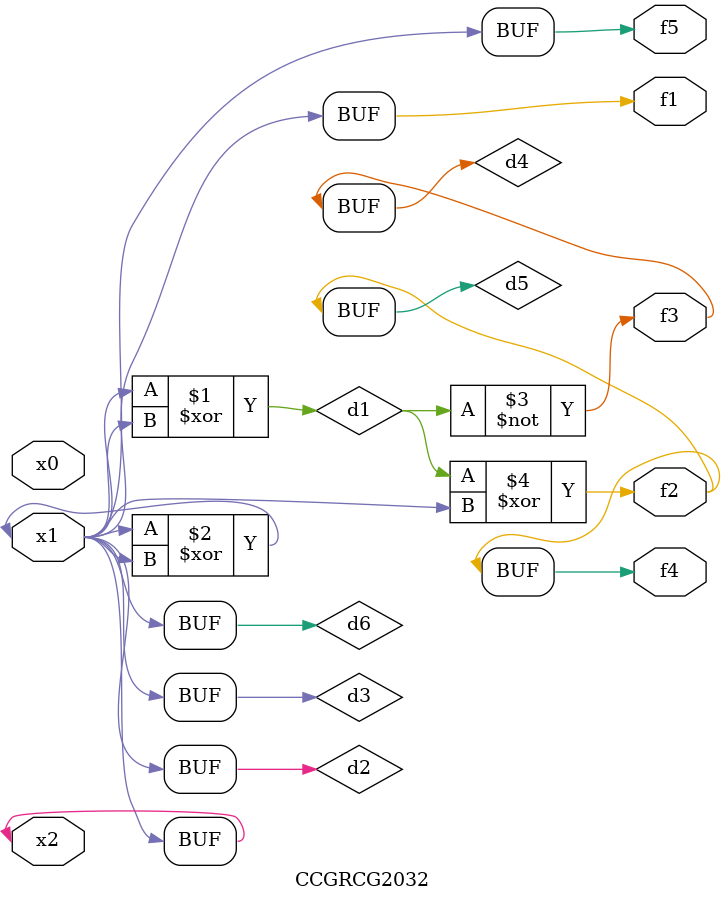
<source format=v>
module CCGRCG2032(
	input x0, x1, x2,
	output f1, f2, f3, f4, f5
);

	wire d1, d2, d3, d4, d5, d6;

	xor (d1, x1, x2);
	buf (d2, x1, x2);
	xor (d3, x1, x2);
	nor (d4, d1);
	xor (d5, d1, d2);
	buf (d6, d2, d3);
	assign f1 = d6;
	assign f2 = d5;
	assign f3 = d4;
	assign f4 = d5;
	assign f5 = d6;
endmodule

</source>
